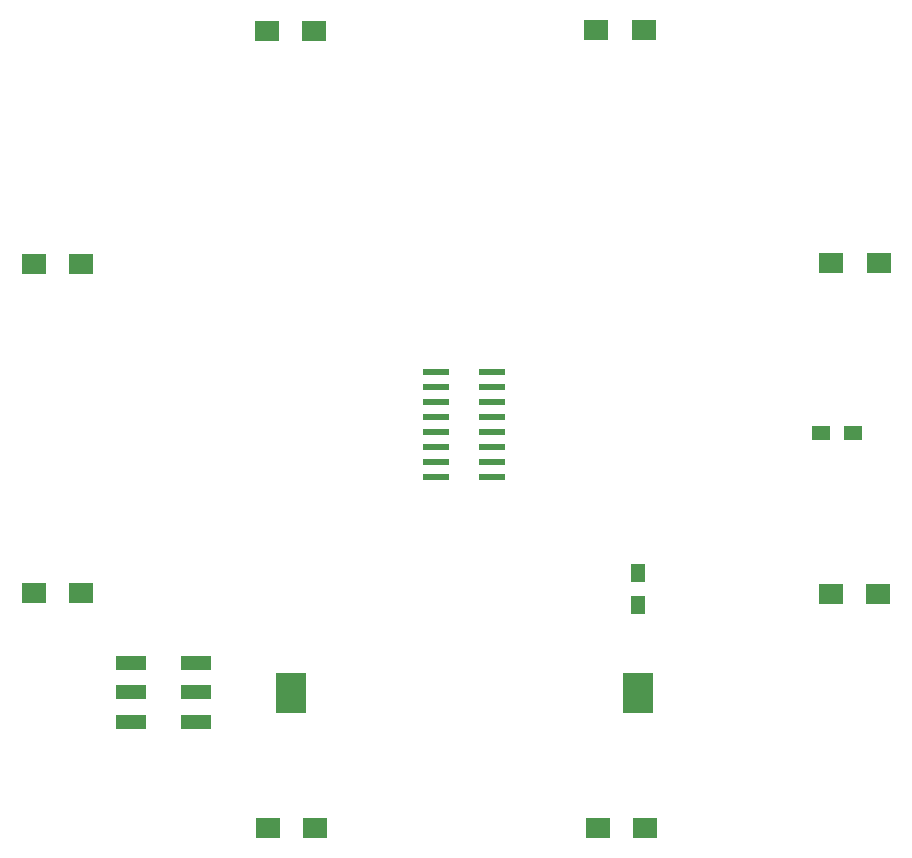
<source format=gbp>
G04 #@! TF.FileFunction,Paste,Bot*
%FSLAX46Y46*%
G04 Gerber Fmt 4.6, Leading zero omitted, Abs format (unit mm)*
G04 Created by KiCad (PCBNEW 4.0.7) date 07/18/18 17:21:38*
%MOMM*%
%LPD*%
G01*
G04 APERTURE LIST*
%ADD10C,0.100000*%
%ADD11R,2.540000X3.510000*%
%ADD12R,2.000000X1.700000*%
%ADD13R,1.300000X1.500000*%
%ADD14R,1.500000X1.300000*%
%ADD15R,2.184400X0.558800*%
%ADD16R,2.500000X1.200000*%
G04 APERTURE END LIST*
D10*
D11*
X145454201Y-117511229D03*
X174814201Y-117511229D03*
D12*
X143452601Y-128933800D03*
X147452601Y-128933800D03*
X171424201Y-128933800D03*
X175424201Y-128933800D03*
X123640601Y-109113000D03*
X127640601Y-109113000D03*
X175276199Y-61422600D03*
X171276199Y-61422600D03*
X195154799Y-81167200D03*
X191154799Y-81167200D03*
X195095799Y-109137400D03*
X191095799Y-109137400D03*
X123613801Y-81210200D03*
X127613801Y-81210200D03*
X143341401Y-61522200D03*
X147341401Y-61522200D03*
D13*
X174794800Y-107371601D03*
X174794800Y-110071601D03*
D14*
X193008999Y-95534200D03*
X190308999Y-95534200D03*
D15*
X157671381Y-99286999D03*
X157671381Y-98016999D03*
X157671381Y-96746999D03*
X157671381Y-95476999D03*
X157671381Y-94206999D03*
X157671381Y-92936999D03*
X157671381Y-91666999D03*
X157671381Y-90396999D03*
X162395781Y-90396999D03*
X162395781Y-91666999D03*
X162395781Y-92936999D03*
X162395781Y-94206999D03*
X162395781Y-95476999D03*
X162395781Y-96746999D03*
X162395781Y-98016999D03*
X162395781Y-99286999D03*
D16*
X137357164Y-119975081D03*
X137357164Y-117475081D03*
X137357164Y-114975081D03*
X131857164Y-114975081D03*
X131857164Y-117475081D03*
X131857164Y-119975081D03*
M02*

</source>
